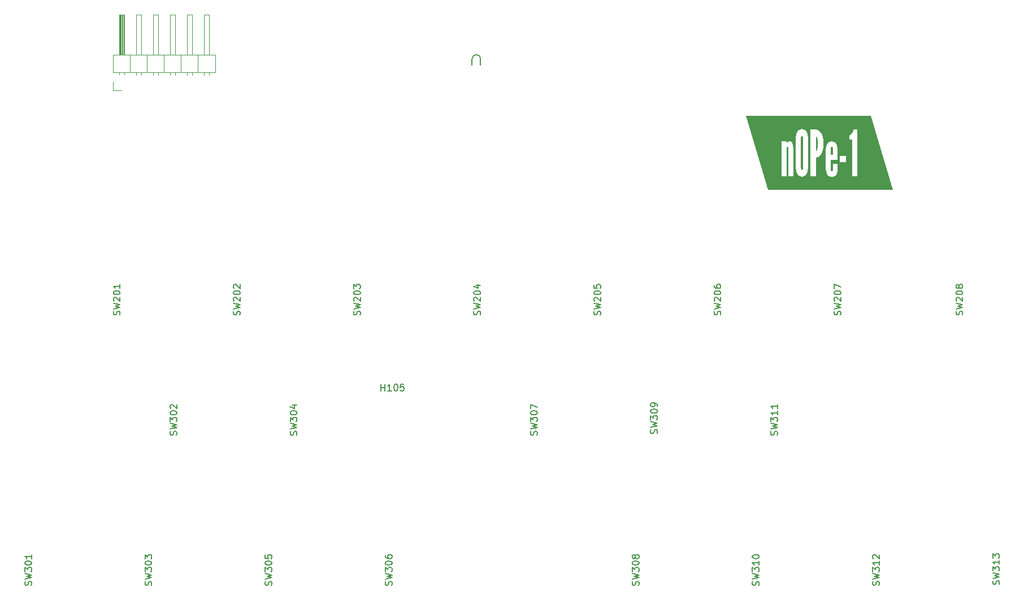
<source format=gbr>
%TF.GenerationSoftware,KiCad,Pcbnew,6.0.9-8da3e8f707~117~ubuntu22.04.1*%
%TF.CreationDate,2022-12-01T14:43:22-05:00*%
%TF.ProjectId,keyboard_matrix,6b657962-6f61-4726-945f-6d6174726978,rev?*%
%TF.SameCoordinates,Original*%
%TF.FileFunction,Legend,Top*%
%TF.FilePolarity,Positive*%
%FSLAX46Y46*%
G04 Gerber Fmt 4.6, Leading zero omitted, Abs format (unit mm)*
G04 Created by KiCad (PCBNEW 6.0.9-8da3e8f707~117~ubuntu22.04.1) date 2022-12-01 14:43:22*
%MOMM*%
%LPD*%
G01*
G04 APERTURE LIST*
%ADD10C,0.150000*%
%ADD11C,0.120000*%
%ADD12C,0.200000*%
G04 APERTURE END LIST*
D10*
%TO.C,H105*%
X124285714Y-110652380D02*
X124285714Y-109652380D01*
X124285714Y-110128571D02*
X124857142Y-110128571D01*
X124857142Y-110652380D02*
X124857142Y-109652380D01*
X125857142Y-110652380D02*
X125285714Y-110652380D01*
X125571428Y-110652380D02*
X125571428Y-109652380D01*
X125476190Y-109795238D01*
X125380952Y-109890476D01*
X125285714Y-109938095D01*
X126476190Y-109652380D02*
X126571428Y-109652380D01*
X126666666Y-109700000D01*
X126714285Y-109747619D01*
X126761904Y-109842857D01*
X126809523Y-110033333D01*
X126809523Y-110271428D01*
X126761904Y-110461904D01*
X126714285Y-110557142D01*
X126666666Y-110604761D01*
X126571428Y-110652380D01*
X126476190Y-110652380D01*
X126380952Y-110604761D01*
X126333333Y-110557142D01*
X126285714Y-110461904D01*
X126238095Y-110271428D01*
X126238095Y-110033333D01*
X126285714Y-109842857D01*
X126333333Y-109747619D01*
X126380952Y-109700000D01*
X126476190Y-109652380D01*
X127714285Y-109652380D02*
X127238095Y-109652380D01*
X127190476Y-110128571D01*
X127238095Y-110080952D01*
X127333333Y-110033333D01*
X127571428Y-110033333D01*
X127666666Y-110080952D01*
X127714285Y-110128571D01*
X127761904Y-110223809D01*
X127761904Y-110461904D01*
X127714285Y-110557142D01*
X127666666Y-110604761D01*
X127571428Y-110652380D01*
X127333333Y-110652380D01*
X127238095Y-110604761D01*
X127190476Y-110557142D01*
%TO.C,SW202*%
X103154761Y-99285714D02*
X103202380Y-99142857D01*
X103202380Y-98904761D01*
X103154761Y-98809523D01*
X103107142Y-98761904D01*
X103011904Y-98714285D01*
X102916666Y-98714285D01*
X102821428Y-98761904D01*
X102773809Y-98809523D01*
X102726190Y-98904761D01*
X102678571Y-99095238D01*
X102630952Y-99190476D01*
X102583333Y-99238095D01*
X102488095Y-99285714D01*
X102392857Y-99285714D01*
X102297619Y-99238095D01*
X102250000Y-99190476D01*
X102202380Y-99095238D01*
X102202380Y-98857142D01*
X102250000Y-98714285D01*
X102202380Y-98380952D02*
X103202380Y-98142857D01*
X102488095Y-97952380D01*
X103202380Y-97761904D01*
X102202380Y-97523809D01*
X102297619Y-97190476D02*
X102250000Y-97142857D01*
X102202380Y-97047619D01*
X102202380Y-96809523D01*
X102250000Y-96714285D01*
X102297619Y-96666666D01*
X102392857Y-96619047D01*
X102488095Y-96619047D01*
X102630952Y-96666666D01*
X103202380Y-97238095D01*
X103202380Y-96619047D01*
X102202380Y-96000000D02*
X102202380Y-95904761D01*
X102250000Y-95809523D01*
X102297619Y-95761904D01*
X102392857Y-95714285D01*
X102583333Y-95666666D01*
X102821428Y-95666666D01*
X103011904Y-95714285D01*
X103107142Y-95761904D01*
X103154761Y-95809523D01*
X103202380Y-95904761D01*
X103202380Y-96000000D01*
X103154761Y-96095238D01*
X103107142Y-96142857D01*
X103011904Y-96190476D01*
X102821428Y-96238095D01*
X102583333Y-96238095D01*
X102392857Y-96190476D01*
X102297619Y-96142857D01*
X102250000Y-96095238D01*
X102202380Y-96000000D01*
X102297619Y-95285714D02*
X102250000Y-95238095D01*
X102202380Y-95142857D01*
X102202380Y-94904761D01*
X102250000Y-94809523D01*
X102297619Y-94761904D01*
X102392857Y-94714285D01*
X102488095Y-94714285D01*
X102630952Y-94761904D01*
X103202380Y-95333333D01*
X103202380Y-94714285D01*
%TO.C,SW208*%
X211404761Y-99285714D02*
X211452380Y-99142857D01*
X211452380Y-98904761D01*
X211404761Y-98809523D01*
X211357142Y-98761904D01*
X211261904Y-98714285D01*
X211166666Y-98714285D01*
X211071428Y-98761904D01*
X211023809Y-98809523D01*
X210976190Y-98904761D01*
X210928571Y-99095238D01*
X210880952Y-99190476D01*
X210833333Y-99238095D01*
X210738095Y-99285714D01*
X210642857Y-99285714D01*
X210547619Y-99238095D01*
X210500000Y-99190476D01*
X210452380Y-99095238D01*
X210452380Y-98857142D01*
X210500000Y-98714285D01*
X210452380Y-98380952D02*
X211452380Y-98142857D01*
X210738095Y-97952380D01*
X211452380Y-97761904D01*
X210452380Y-97523809D01*
X210547619Y-97190476D02*
X210500000Y-97142857D01*
X210452380Y-97047619D01*
X210452380Y-96809523D01*
X210500000Y-96714285D01*
X210547619Y-96666666D01*
X210642857Y-96619047D01*
X210738095Y-96619047D01*
X210880952Y-96666666D01*
X211452380Y-97238095D01*
X211452380Y-96619047D01*
X210452380Y-96000000D02*
X210452380Y-95904761D01*
X210500000Y-95809523D01*
X210547619Y-95761904D01*
X210642857Y-95714285D01*
X210833333Y-95666666D01*
X211071428Y-95666666D01*
X211261904Y-95714285D01*
X211357142Y-95761904D01*
X211404761Y-95809523D01*
X211452380Y-95904761D01*
X211452380Y-96000000D01*
X211404761Y-96095238D01*
X211357142Y-96142857D01*
X211261904Y-96190476D01*
X211071428Y-96238095D01*
X210833333Y-96238095D01*
X210642857Y-96190476D01*
X210547619Y-96142857D01*
X210500000Y-96095238D01*
X210452380Y-96000000D01*
X210880952Y-95095238D02*
X210833333Y-95190476D01*
X210785714Y-95238095D01*
X210690476Y-95285714D01*
X210642857Y-95285714D01*
X210547619Y-95238095D01*
X210500000Y-95190476D01*
X210452380Y-95095238D01*
X210452380Y-94904761D01*
X210500000Y-94809523D01*
X210547619Y-94761904D01*
X210642857Y-94714285D01*
X210690476Y-94714285D01*
X210785714Y-94761904D01*
X210833333Y-94809523D01*
X210880952Y-94904761D01*
X210880952Y-95095238D01*
X210928571Y-95190476D01*
X210976190Y-95238095D01*
X211071428Y-95285714D01*
X211261904Y-95285714D01*
X211357142Y-95238095D01*
X211404761Y-95190476D01*
X211452380Y-95095238D01*
X211452380Y-94904761D01*
X211404761Y-94809523D01*
X211357142Y-94761904D01*
X211261904Y-94714285D01*
X211071428Y-94714285D01*
X210976190Y-94761904D01*
X210928571Y-94809523D01*
X210880952Y-94904761D01*
%TO.C,SW201*%
X85154761Y-99285714D02*
X85202380Y-99142857D01*
X85202380Y-98904761D01*
X85154761Y-98809523D01*
X85107142Y-98761904D01*
X85011904Y-98714285D01*
X84916666Y-98714285D01*
X84821428Y-98761904D01*
X84773809Y-98809523D01*
X84726190Y-98904761D01*
X84678571Y-99095238D01*
X84630952Y-99190476D01*
X84583333Y-99238095D01*
X84488095Y-99285714D01*
X84392857Y-99285714D01*
X84297619Y-99238095D01*
X84250000Y-99190476D01*
X84202380Y-99095238D01*
X84202380Y-98857142D01*
X84250000Y-98714285D01*
X84202380Y-98380952D02*
X85202380Y-98142857D01*
X84488095Y-97952380D01*
X85202380Y-97761904D01*
X84202380Y-97523809D01*
X84297619Y-97190476D02*
X84250000Y-97142857D01*
X84202380Y-97047619D01*
X84202380Y-96809523D01*
X84250000Y-96714285D01*
X84297619Y-96666666D01*
X84392857Y-96619047D01*
X84488095Y-96619047D01*
X84630952Y-96666666D01*
X85202380Y-97238095D01*
X85202380Y-96619047D01*
X84202380Y-96000000D02*
X84202380Y-95904761D01*
X84250000Y-95809523D01*
X84297619Y-95761904D01*
X84392857Y-95714285D01*
X84583333Y-95666666D01*
X84821428Y-95666666D01*
X85011904Y-95714285D01*
X85107142Y-95761904D01*
X85154761Y-95809523D01*
X85202380Y-95904761D01*
X85202380Y-96000000D01*
X85154761Y-96095238D01*
X85107142Y-96142857D01*
X85011904Y-96190476D01*
X84821428Y-96238095D01*
X84583333Y-96238095D01*
X84392857Y-96190476D01*
X84297619Y-96142857D01*
X84250000Y-96095238D01*
X84202380Y-96000000D01*
X85202380Y-94714285D02*
X85202380Y-95285714D01*
X85202380Y-95000000D02*
X84202380Y-95000000D01*
X84345238Y-95095238D01*
X84440476Y-95190476D01*
X84488095Y-95285714D01*
%TO.C,SW301*%
X71904761Y-139785714D02*
X71952380Y-139642857D01*
X71952380Y-139404761D01*
X71904761Y-139309523D01*
X71857142Y-139261904D01*
X71761904Y-139214285D01*
X71666666Y-139214285D01*
X71571428Y-139261904D01*
X71523809Y-139309523D01*
X71476190Y-139404761D01*
X71428571Y-139595238D01*
X71380952Y-139690476D01*
X71333333Y-139738095D01*
X71238095Y-139785714D01*
X71142857Y-139785714D01*
X71047619Y-139738095D01*
X71000000Y-139690476D01*
X70952380Y-139595238D01*
X70952380Y-139357142D01*
X71000000Y-139214285D01*
X70952380Y-138880952D02*
X71952380Y-138642857D01*
X71238095Y-138452380D01*
X71952380Y-138261904D01*
X70952380Y-138023809D01*
X70952380Y-137738095D02*
X70952380Y-137119047D01*
X71333333Y-137452380D01*
X71333333Y-137309523D01*
X71380952Y-137214285D01*
X71428571Y-137166666D01*
X71523809Y-137119047D01*
X71761904Y-137119047D01*
X71857142Y-137166666D01*
X71904761Y-137214285D01*
X71952380Y-137309523D01*
X71952380Y-137595238D01*
X71904761Y-137690476D01*
X71857142Y-137738095D01*
X70952380Y-136500000D02*
X70952380Y-136404761D01*
X71000000Y-136309523D01*
X71047619Y-136261904D01*
X71142857Y-136214285D01*
X71333333Y-136166666D01*
X71571428Y-136166666D01*
X71761904Y-136214285D01*
X71857142Y-136261904D01*
X71904761Y-136309523D01*
X71952380Y-136404761D01*
X71952380Y-136500000D01*
X71904761Y-136595238D01*
X71857142Y-136642857D01*
X71761904Y-136690476D01*
X71571428Y-136738095D01*
X71333333Y-136738095D01*
X71142857Y-136690476D01*
X71047619Y-136642857D01*
X71000000Y-136595238D01*
X70952380Y-136500000D01*
X71952380Y-135214285D02*
X71952380Y-135785714D01*
X71952380Y-135500000D02*
X70952380Y-135500000D01*
X71095238Y-135595238D01*
X71190476Y-135690476D01*
X71238095Y-135785714D01*
%TO.C,SW307*%
X147654761Y-117285714D02*
X147702380Y-117142857D01*
X147702380Y-116904761D01*
X147654761Y-116809523D01*
X147607142Y-116761904D01*
X147511904Y-116714285D01*
X147416666Y-116714285D01*
X147321428Y-116761904D01*
X147273809Y-116809523D01*
X147226190Y-116904761D01*
X147178571Y-117095238D01*
X147130952Y-117190476D01*
X147083333Y-117238095D01*
X146988095Y-117285714D01*
X146892857Y-117285714D01*
X146797619Y-117238095D01*
X146750000Y-117190476D01*
X146702380Y-117095238D01*
X146702380Y-116857142D01*
X146750000Y-116714285D01*
X146702380Y-116380952D02*
X147702380Y-116142857D01*
X146988095Y-115952380D01*
X147702380Y-115761904D01*
X146702380Y-115523809D01*
X146702380Y-115238095D02*
X146702380Y-114619047D01*
X147083333Y-114952380D01*
X147083333Y-114809523D01*
X147130952Y-114714285D01*
X147178571Y-114666666D01*
X147273809Y-114619047D01*
X147511904Y-114619047D01*
X147607142Y-114666666D01*
X147654761Y-114714285D01*
X147702380Y-114809523D01*
X147702380Y-115095238D01*
X147654761Y-115190476D01*
X147607142Y-115238095D01*
X146702380Y-114000000D02*
X146702380Y-113904761D01*
X146750000Y-113809523D01*
X146797619Y-113761904D01*
X146892857Y-113714285D01*
X147083333Y-113666666D01*
X147321428Y-113666666D01*
X147511904Y-113714285D01*
X147607142Y-113761904D01*
X147654761Y-113809523D01*
X147702380Y-113904761D01*
X147702380Y-114000000D01*
X147654761Y-114095238D01*
X147607142Y-114142857D01*
X147511904Y-114190476D01*
X147321428Y-114238095D01*
X147083333Y-114238095D01*
X146892857Y-114190476D01*
X146797619Y-114142857D01*
X146750000Y-114095238D01*
X146702380Y-114000000D01*
X146702380Y-113333333D02*
X146702380Y-112666666D01*
X147702380Y-113095238D01*
%TO.C,SW308*%
X162904761Y-139785714D02*
X162952380Y-139642857D01*
X162952380Y-139404761D01*
X162904761Y-139309523D01*
X162857142Y-139261904D01*
X162761904Y-139214285D01*
X162666666Y-139214285D01*
X162571428Y-139261904D01*
X162523809Y-139309523D01*
X162476190Y-139404761D01*
X162428571Y-139595238D01*
X162380952Y-139690476D01*
X162333333Y-139738095D01*
X162238095Y-139785714D01*
X162142857Y-139785714D01*
X162047619Y-139738095D01*
X162000000Y-139690476D01*
X161952380Y-139595238D01*
X161952380Y-139357142D01*
X162000000Y-139214285D01*
X161952380Y-138880952D02*
X162952380Y-138642857D01*
X162238095Y-138452380D01*
X162952380Y-138261904D01*
X161952380Y-138023809D01*
X161952380Y-137738095D02*
X161952380Y-137119047D01*
X162333333Y-137452380D01*
X162333333Y-137309523D01*
X162380952Y-137214285D01*
X162428571Y-137166666D01*
X162523809Y-137119047D01*
X162761904Y-137119047D01*
X162857142Y-137166666D01*
X162904761Y-137214285D01*
X162952380Y-137309523D01*
X162952380Y-137595238D01*
X162904761Y-137690476D01*
X162857142Y-137738095D01*
X161952380Y-136500000D02*
X161952380Y-136404761D01*
X162000000Y-136309523D01*
X162047619Y-136261904D01*
X162142857Y-136214285D01*
X162333333Y-136166666D01*
X162571428Y-136166666D01*
X162761904Y-136214285D01*
X162857142Y-136261904D01*
X162904761Y-136309523D01*
X162952380Y-136404761D01*
X162952380Y-136500000D01*
X162904761Y-136595238D01*
X162857142Y-136642857D01*
X162761904Y-136690476D01*
X162571428Y-136738095D01*
X162333333Y-136738095D01*
X162142857Y-136690476D01*
X162047619Y-136642857D01*
X162000000Y-136595238D01*
X161952380Y-136500000D01*
X162380952Y-135595238D02*
X162333333Y-135690476D01*
X162285714Y-135738095D01*
X162190476Y-135785714D01*
X162142857Y-135785714D01*
X162047619Y-135738095D01*
X162000000Y-135690476D01*
X161952380Y-135595238D01*
X161952380Y-135404761D01*
X162000000Y-135309523D01*
X162047619Y-135261904D01*
X162142857Y-135214285D01*
X162190476Y-135214285D01*
X162285714Y-135261904D01*
X162333333Y-135309523D01*
X162380952Y-135404761D01*
X162380952Y-135595238D01*
X162428571Y-135690476D01*
X162476190Y-135738095D01*
X162571428Y-135785714D01*
X162761904Y-135785714D01*
X162857142Y-135738095D01*
X162904761Y-135690476D01*
X162952380Y-135595238D01*
X162952380Y-135404761D01*
X162904761Y-135309523D01*
X162857142Y-135261904D01*
X162761904Y-135214285D01*
X162571428Y-135214285D01*
X162476190Y-135261904D01*
X162428571Y-135309523D01*
X162380952Y-135404761D01*
%TO.C,SW303*%
X89904761Y-139785714D02*
X89952380Y-139642857D01*
X89952380Y-139404761D01*
X89904761Y-139309523D01*
X89857142Y-139261904D01*
X89761904Y-139214285D01*
X89666666Y-139214285D01*
X89571428Y-139261904D01*
X89523809Y-139309523D01*
X89476190Y-139404761D01*
X89428571Y-139595238D01*
X89380952Y-139690476D01*
X89333333Y-139738095D01*
X89238095Y-139785714D01*
X89142857Y-139785714D01*
X89047619Y-139738095D01*
X89000000Y-139690476D01*
X88952380Y-139595238D01*
X88952380Y-139357142D01*
X89000000Y-139214285D01*
X88952380Y-138880952D02*
X89952380Y-138642857D01*
X89238095Y-138452380D01*
X89952380Y-138261904D01*
X88952380Y-138023809D01*
X88952380Y-137738095D02*
X88952380Y-137119047D01*
X89333333Y-137452380D01*
X89333333Y-137309523D01*
X89380952Y-137214285D01*
X89428571Y-137166666D01*
X89523809Y-137119047D01*
X89761904Y-137119047D01*
X89857142Y-137166666D01*
X89904761Y-137214285D01*
X89952380Y-137309523D01*
X89952380Y-137595238D01*
X89904761Y-137690476D01*
X89857142Y-137738095D01*
X88952380Y-136500000D02*
X88952380Y-136404761D01*
X89000000Y-136309523D01*
X89047619Y-136261904D01*
X89142857Y-136214285D01*
X89333333Y-136166666D01*
X89571428Y-136166666D01*
X89761904Y-136214285D01*
X89857142Y-136261904D01*
X89904761Y-136309523D01*
X89952380Y-136404761D01*
X89952380Y-136500000D01*
X89904761Y-136595238D01*
X89857142Y-136642857D01*
X89761904Y-136690476D01*
X89571428Y-136738095D01*
X89333333Y-136738095D01*
X89142857Y-136690476D01*
X89047619Y-136642857D01*
X89000000Y-136595238D01*
X88952380Y-136500000D01*
X88952380Y-135833333D02*
X88952380Y-135214285D01*
X89333333Y-135547619D01*
X89333333Y-135404761D01*
X89380952Y-135309523D01*
X89428571Y-135261904D01*
X89523809Y-135214285D01*
X89761904Y-135214285D01*
X89857142Y-135261904D01*
X89904761Y-135309523D01*
X89952380Y-135404761D01*
X89952380Y-135690476D01*
X89904761Y-135785714D01*
X89857142Y-135833333D01*
%TO.C,SW312*%
X198904761Y-139785714D02*
X198952380Y-139642857D01*
X198952380Y-139404761D01*
X198904761Y-139309523D01*
X198857142Y-139261904D01*
X198761904Y-139214285D01*
X198666666Y-139214285D01*
X198571428Y-139261904D01*
X198523809Y-139309523D01*
X198476190Y-139404761D01*
X198428571Y-139595238D01*
X198380952Y-139690476D01*
X198333333Y-139738095D01*
X198238095Y-139785714D01*
X198142857Y-139785714D01*
X198047619Y-139738095D01*
X198000000Y-139690476D01*
X197952380Y-139595238D01*
X197952380Y-139357142D01*
X198000000Y-139214285D01*
X197952380Y-138880952D02*
X198952380Y-138642857D01*
X198238095Y-138452380D01*
X198952380Y-138261904D01*
X197952380Y-138023809D01*
X197952380Y-137738095D02*
X197952380Y-137119047D01*
X198333333Y-137452380D01*
X198333333Y-137309523D01*
X198380952Y-137214285D01*
X198428571Y-137166666D01*
X198523809Y-137119047D01*
X198761904Y-137119047D01*
X198857142Y-137166666D01*
X198904761Y-137214285D01*
X198952380Y-137309523D01*
X198952380Y-137595238D01*
X198904761Y-137690476D01*
X198857142Y-137738095D01*
X198952380Y-136166666D02*
X198952380Y-136738095D01*
X198952380Y-136452380D02*
X197952380Y-136452380D01*
X198095238Y-136547619D01*
X198190476Y-136642857D01*
X198238095Y-136738095D01*
X198047619Y-135785714D02*
X198000000Y-135738095D01*
X197952380Y-135642857D01*
X197952380Y-135404761D01*
X198000000Y-135309523D01*
X198047619Y-135261904D01*
X198142857Y-135214285D01*
X198238095Y-135214285D01*
X198380952Y-135261904D01*
X198952380Y-135833333D01*
X198952380Y-135214285D01*
%TO.C,SW304*%
X111654761Y-117285714D02*
X111702380Y-117142857D01*
X111702380Y-116904761D01*
X111654761Y-116809523D01*
X111607142Y-116761904D01*
X111511904Y-116714285D01*
X111416666Y-116714285D01*
X111321428Y-116761904D01*
X111273809Y-116809523D01*
X111226190Y-116904761D01*
X111178571Y-117095238D01*
X111130952Y-117190476D01*
X111083333Y-117238095D01*
X110988095Y-117285714D01*
X110892857Y-117285714D01*
X110797619Y-117238095D01*
X110750000Y-117190476D01*
X110702380Y-117095238D01*
X110702380Y-116857142D01*
X110750000Y-116714285D01*
X110702380Y-116380952D02*
X111702380Y-116142857D01*
X110988095Y-115952380D01*
X111702380Y-115761904D01*
X110702380Y-115523809D01*
X110702380Y-115238095D02*
X110702380Y-114619047D01*
X111083333Y-114952380D01*
X111083333Y-114809523D01*
X111130952Y-114714285D01*
X111178571Y-114666666D01*
X111273809Y-114619047D01*
X111511904Y-114619047D01*
X111607142Y-114666666D01*
X111654761Y-114714285D01*
X111702380Y-114809523D01*
X111702380Y-115095238D01*
X111654761Y-115190476D01*
X111607142Y-115238095D01*
X110702380Y-114000000D02*
X110702380Y-113904761D01*
X110750000Y-113809523D01*
X110797619Y-113761904D01*
X110892857Y-113714285D01*
X111083333Y-113666666D01*
X111321428Y-113666666D01*
X111511904Y-113714285D01*
X111607142Y-113761904D01*
X111654761Y-113809523D01*
X111702380Y-113904761D01*
X111702380Y-114000000D01*
X111654761Y-114095238D01*
X111607142Y-114142857D01*
X111511904Y-114190476D01*
X111321428Y-114238095D01*
X111083333Y-114238095D01*
X110892857Y-114190476D01*
X110797619Y-114142857D01*
X110750000Y-114095238D01*
X110702380Y-114000000D01*
X111035714Y-112809523D02*
X111702380Y-112809523D01*
X110654761Y-113047619D02*
X111369047Y-113285714D01*
X111369047Y-112666666D01*
%TO.C,SW309*%
X165654761Y-117035714D02*
X165702380Y-116892857D01*
X165702380Y-116654761D01*
X165654761Y-116559523D01*
X165607142Y-116511904D01*
X165511904Y-116464285D01*
X165416666Y-116464285D01*
X165321428Y-116511904D01*
X165273809Y-116559523D01*
X165226190Y-116654761D01*
X165178571Y-116845238D01*
X165130952Y-116940476D01*
X165083333Y-116988095D01*
X164988095Y-117035714D01*
X164892857Y-117035714D01*
X164797619Y-116988095D01*
X164750000Y-116940476D01*
X164702380Y-116845238D01*
X164702380Y-116607142D01*
X164750000Y-116464285D01*
X164702380Y-116130952D02*
X165702380Y-115892857D01*
X164988095Y-115702380D01*
X165702380Y-115511904D01*
X164702380Y-115273809D01*
X164702380Y-114988095D02*
X164702380Y-114369047D01*
X165083333Y-114702380D01*
X165083333Y-114559523D01*
X165130952Y-114464285D01*
X165178571Y-114416666D01*
X165273809Y-114369047D01*
X165511904Y-114369047D01*
X165607142Y-114416666D01*
X165654761Y-114464285D01*
X165702380Y-114559523D01*
X165702380Y-114845238D01*
X165654761Y-114940476D01*
X165607142Y-114988095D01*
X164702380Y-113750000D02*
X164702380Y-113654761D01*
X164750000Y-113559523D01*
X164797619Y-113511904D01*
X164892857Y-113464285D01*
X165083333Y-113416666D01*
X165321428Y-113416666D01*
X165511904Y-113464285D01*
X165607142Y-113511904D01*
X165654761Y-113559523D01*
X165702380Y-113654761D01*
X165702380Y-113750000D01*
X165654761Y-113845238D01*
X165607142Y-113892857D01*
X165511904Y-113940476D01*
X165321428Y-113988095D01*
X165083333Y-113988095D01*
X164892857Y-113940476D01*
X164797619Y-113892857D01*
X164750000Y-113845238D01*
X164702380Y-113750000D01*
X165702380Y-112940476D02*
X165702380Y-112750000D01*
X165654761Y-112654761D01*
X165607142Y-112607142D01*
X165464285Y-112511904D01*
X165273809Y-112464285D01*
X164892857Y-112464285D01*
X164797619Y-112511904D01*
X164750000Y-112559523D01*
X164702380Y-112654761D01*
X164702380Y-112845238D01*
X164750000Y-112940476D01*
X164797619Y-112988095D01*
X164892857Y-113035714D01*
X165130952Y-113035714D01*
X165226190Y-112988095D01*
X165273809Y-112940476D01*
X165321428Y-112845238D01*
X165321428Y-112654761D01*
X165273809Y-112559523D01*
X165226190Y-112511904D01*
X165130952Y-112464285D01*
%TO.C,SW302*%
X93654761Y-117285714D02*
X93702380Y-117142857D01*
X93702380Y-116904761D01*
X93654761Y-116809523D01*
X93607142Y-116761904D01*
X93511904Y-116714285D01*
X93416666Y-116714285D01*
X93321428Y-116761904D01*
X93273809Y-116809523D01*
X93226190Y-116904761D01*
X93178571Y-117095238D01*
X93130952Y-117190476D01*
X93083333Y-117238095D01*
X92988095Y-117285714D01*
X92892857Y-117285714D01*
X92797619Y-117238095D01*
X92750000Y-117190476D01*
X92702380Y-117095238D01*
X92702380Y-116857142D01*
X92750000Y-116714285D01*
X92702380Y-116380952D02*
X93702380Y-116142857D01*
X92988095Y-115952380D01*
X93702380Y-115761904D01*
X92702380Y-115523809D01*
X92702380Y-115238095D02*
X92702380Y-114619047D01*
X93083333Y-114952380D01*
X93083333Y-114809523D01*
X93130952Y-114714285D01*
X93178571Y-114666666D01*
X93273809Y-114619047D01*
X93511904Y-114619047D01*
X93607142Y-114666666D01*
X93654761Y-114714285D01*
X93702380Y-114809523D01*
X93702380Y-115095238D01*
X93654761Y-115190476D01*
X93607142Y-115238095D01*
X92702380Y-114000000D02*
X92702380Y-113904761D01*
X92750000Y-113809523D01*
X92797619Y-113761904D01*
X92892857Y-113714285D01*
X93083333Y-113666666D01*
X93321428Y-113666666D01*
X93511904Y-113714285D01*
X93607142Y-113761904D01*
X93654761Y-113809523D01*
X93702380Y-113904761D01*
X93702380Y-114000000D01*
X93654761Y-114095238D01*
X93607142Y-114142857D01*
X93511904Y-114190476D01*
X93321428Y-114238095D01*
X93083333Y-114238095D01*
X92892857Y-114190476D01*
X92797619Y-114142857D01*
X92750000Y-114095238D01*
X92702380Y-114000000D01*
X92797619Y-113285714D02*
X92750000Y-113238095D01*
X92702380Y-113142857D01*
X92702380Y-112904761D01*
X92750000Y-112809523D01*
X92797619Y-112761904D01*
X92892857Y-112714285D01*
X92988095Y-112714285D01*
X93130952Y-112761904D01*
X93702380Y-113333333D01*
X93702380Y-112714285D01*
%TO.C,SW203*%
X121154761Y-99285714D02*
X121202380Y-99142857D01*
X121202380Y-98904761D01*
X121154761Y-98809523D01*
X121107142Y-98761904D01*
X121011904Y-98714285D01*
X120916666Y-98714285D01*
X120821428Y-98761904D01*
X120773809Y-98809523D01*
X120726190Y-98904761D01*
X120678571Y-99095238D01*
X120630952Y-99190476D01*
X120583333Y-99238095D01*
X120488095Y-99285714D01*
X120392857Y-99285714D01*
X120297619Y-99238095D01*
X120250000Y-99190476D01*
X120202380Y-99095238D01*
X120202380Y-98857142D01*
X120250000Y-98714285D01*
X120202380Y-98380952D02*
X121202380Y-98142857D01*
X120488095Y-97952380D01*
X121202380Y-97761904D01*
X120202380Y-97523809D01*
X120297619Y-97190476D02*
X120250000Y-97142857D01*
X120202380Y-97047619D01*
X120202380Y-96809523D01*
X120250000Y-96714285D01*
X120297619Y-96666666D01*
X120392857Y-96619047D01*
X120488095Y-96619047D01*
X120630952Y-96666666D01*
X121202380Y-97238095D01*
X121202380Y-96619047D01*
X120202380Y-96000000D02*
X120202380Y-95904761D01*
X120250000Y-95809523D01*
X120297619Y-95761904D01*
X120392857Y-95714285D01*
X120583333Y-95666666D01*
X120821428Y-95666666D01*
X121011904Y-95714285D01*
X121107142Y-95761904D01*
X121154761Y-95809523D01*
X121202380Y-95904761D01*
X121202380Y-96000000D01*
X121154761Y-96095238D01*
X121107142Y-96142857D01*
X121011904Y-96190476D01*
X120821428Y-96238095D01*
X120583333Y-96238095D01*
X120392857Y-96190476D01*
X120297619Y-96142857D01*
X120250000Y-96095238D01*
X120202380Y-96000000D01*
X120202380Y-95333333D02*
X120202380Y-94714285D01*
X120583333Y-95047619D01*
X120583333Y-94904761D01*
X120630952Y-94809523D01*
X120678571Y-94761904D01*
X120773809Y-94714285D01*
X121011904Y-94714285D01*
X121107142Y-94761904D01*
X121154761Y-94809523D01*
X121202380Y-94904761D01*
X121202380Y-95190476D01*
X121154761Y-95285714D01*
X121107142Y-95333333D01*
%TO.C,SW310*%
X180904761Y-139785714D02*
X180952380Y-139642857D01*
X180952380Y-139404761D01*
X180904761Y-139309523D01*
X180857142Y-139261904D01*
X180761904Y-139214285D01*
X180666666Y-139214285D01*
X180571428Y-139261904D01*
X180523809Y-139309523D01*
X180476190Y-139404761D01*
X180428571Y-139595238D01*
X180380952Y-139690476D01*
X180333333Y-139738095D01*
X180238095Y-139785714D01*
X180142857Y-139785714D01*
X180047619Y-139738095D01*
X180000000Y-139690476D01*
X179952380Y-139595238D01*
X179952380Y-139357142D01*
X180000000Y-139214285D01*
X179952380Y-138880952D02*
X180952380Y-138642857D01*
X180238095Y-138452380D01*
X180952380Y-138261904D01*
X179952380Y-138023809D01*
X179952380Y-137738095D02*
X179952380Y-137119047D01*
X180333333Y-137452380D01*
X180333333Y-137309523D01*
X180380952Y-137214285D01*
X180428571Y-137166666D01*
X180523809Y-137119047D01*
X180761904Y-137119047D01*
X180857142Y-137166666D01*
X180904761Y-137214285D01*
X180952380Y-137309523D01*
X180952380Y-137595238D01*
X180904761Y-137690476D01*
X180857142Y-137738095D01*
X180952380Y-136166666D02*
X180952380Y-136738095D01*
X180952380Y-136452380D02*
X179952380Y-136452380D01*
X180095238Y-136547619D01*
X180190476Y-136642857D01*
X180238095Y-136738095D01*
X179952380Y-135547619D02*
X179952380Y-135452380D01*
X180000000Y-135357142D01*
X180047619Y-135309523D01*
X180142857Y-135261904D01*
X180333333Y-135214285D01*
X180571428Y-135214285D01*
X180761904Y-135261904D01*
X180857142Y-135309523D01*
X180904761Y-135357142D01*
X180952380Y-135452380D01*
X180952380Y-135547619D01*
X180904761Y-135642857D01*
X180857142Y-135690476D01*
X180761904Y-135738095D01*
X180571428Y-135785714D01*
X180333333Y-135785714D01*
X180142857Y-135738095D01*
X180047619Y-135690476D01*
X180000000Y-135642857D01*
X179952380Y-135547619D01*
%TO.C,SW306*%
X125904761Y-139785714D02*
X125952380Y-139642857D01*
X125952380Y-139404761D01*
X125904761Y-139309523D01*
X125857142Y-139261904D01*
X125761904Y-139214285D01*
X125666666Y-139214285D01*
X125571428Y-139261904D01*
X125523809Y-139309523D01*
X125476190Y-139404761D01*
X125428571Y-139595238D01*
X125380952Y-139690476D01*
X125333333Y-139738095D01*
X125238095Y-139785714D01*
X125142857Y-139785714D01*
X125047619Y-139738095D01*
X125000000Y-139690476D01*
X124952380Y-139595238D01*
X124952380Y-139357142D01*
X125000000Y-139214285D01*
X124952380Y-138880952D02*
X125952380Y-138642857D01*
X125238095Y-138452380D01*
X125952380Y-138261904D01*
X124952380Y-138023809D01*
X124952380Y-137738095D02*
X124952380Y-137119047D01*
X125333333Y-137452380D01*
X125333333Y-137309523D01*
X125380952Y-137214285D01*
X125428571Y-137166666D01*
X125523809Y-137119047D01*
X125761904Y-137119047D01*
X125857142Y-137166666D01*
X125904761Y-137214285D01*
X125952380Y-137309523D01*
X125952380Y-137595238D01*
X125904761Y-137690476D01*
X125857142Y-137738095D01*
X124952380Y-136500000D02*
X124952380Y-136404761D01*
X125000000Y-136309523D01*
X125047619Y-136261904D01*
X125142857Y-136214285D01*
X125333333Y-136166666D01*
X125571428Y-136166666D01*
X125761904Y-136214285D01*
X125857142Y-136261904D01*
X125904761Y-136309523D01*
X125952380Y-136404761D01*
X125952380Y-136500000D01*
X125904761Y-136595238D01*
X125857142Y-136642857D01*
X125761904Y-136690476D01*
X125571428Y-136738095D01*
X125333333Y-136738095D01*
X125142857Y-136690476D01*
X125047619Y-136642857D01*
X125000000Y-136595238D01*
X124952380Y-136500000D01*
X124952380Y-135309523D02*
X124952380Y-135500000D01*
X125000000Y-135595238D01*
X125047619Y-135642857D01*
X125190476Y-135738095D01*
X125380952Y-135785714D01*
X125761904Y-135785714D01*
X125857142Y-135738095D01*
X125904761Y-135690476D01*
X125952380Y-135595238D01*
X125952380Y-135404761D01*
X125904761Y-135309523D01*
X125857142Y-135261904D01*
X125761904Y-135214285D01*
X125523809Y-135214285D01*
X125428571Y-135261904D01*
X125380952Y-135309523D01*
X125333333Y-135404761D01*
X125333333Y-135595238D01*
X125380952Y-135690476D01*
X125428571Y-135738095D01*
X125523809Y-135785714D01*
%TO.C,SW313*%
X216904761Y-139670714D02*
X216952380Y-139527857D01*
X216952380Y-139289761D01*
X216904761Y-139194523D01*
X216857142Y-139146904D01*
X216761904Y-139099285D01*
X216666666Y-139099285D01*
X216571428Y-139146904D01*
X216523809Y-139194523D01*
X216476190Y-139289761D01*
X216428571Y-139480238D01*
X216380952Y-139575476D01*
X216333333Y-139623095D01*
X216238095Y-139670714D01*
X216142857Y-139670714D01*
X216047619Y-139623095D01*
X216000000Y-139575476D01*
X215952380Y-139480238D01*
X215952380Y-139242142D01*
X216000000Y-139099285D01*
X215952380Y-138765952D02*
X216952380Y-138527857D01*
X216238095Y-138337380D01*
X216952380Y-138146904D01*
X215952380Y-137908809D01*
X215952380Y-137623095D02*
X215952380Y-137004047D01*
X216333333Y-137337380D01*
X216333333Y-137194523D01*
X216380952Y-137099285D01*
X216428571Y-137051666D01*
X216523809Y-137004047D01*
X216761904Y-137004047D01*
X216857142Y-137051666D01*
X216904761Y-137099285D01*
X216952380Y-137194523D01*
X216952380Y-137480238D01*
X216904761Y-137575476D01*
X216857142Y-137623095D01*
X216952380Y-136051666D02*
X216952380Y-136623095D01*
X216952380Y-136337380D02*
X215952380Y-136337380D01*
X216095238Y-136432619D01*
X216190476Y-136527857D01*
X216238095Y-136623095D01*
X215952380Y-135718333D02*
X215952380Y-135099285D01*
X216333333Y-135432619D01*
X216333333Y-135289761D01*
X216380952Y-135194523D01*
X216428571Y-135146904D01*
X216523809Y-135099285D01*
X216761904Y-135099285D01*
X216857142Y-135146904D01*
X216904761Y-135194523D01*
X216952380Y-135289761D01*
X216952380Y-135575476D01*
X216904761Y-135670714D01*
X216857142Y-135718333D01*
%TO.C,SW205*%
X157154761Y-99285714D02*
X157202380Y-99142857D01*
X157202380Y-98904761D01*
X157154761Y-98809523D01*
X157107142Y-98761904D01*
X157011904Y-98714285D01*
X156916666Y-98714285D01*
X156821428Y-98761904D01*
X156773809Y-98809523D01*
X156726190Y-98904761D01*
X156678571Y-99095238D01*
X156630952Y-99190476D01*
X156583333Y-99238095D01*
X156488095Y-99285714D01*
X156392857Y-99285714D01*
X156297619Y-99238095D01*
X156250000Y-99190476D01*
X156202380Y-99095238D01*
X156202380Y-98857142D01*
X156250000Y-98714285D01*
X156202380Y-98380952D02*
X157202380Y-98142857D01*
X156488095Y-97952380D01*
X157202380Y-97761904D01*
X156202380Y-97523809D01*
X156297619Y-97190476D02*
X156250000Y-97142857D01*
X156202380Y-97047619D01*
X156202380Y-96809523D01*
X156250000Y-96714285D01*
X156297619Y-96666666D01*
X156392857Y-96619047D01*
X156488095Y-96619047D01*
X156630952Y-96666666D01*
X157202380Y-97238095D01*
X157202380Y-96619047D01*
X156202380Y-96000000D02*
X156202380Y-95904761D01*
X156250000Y-95809523D01*
X156297619Y-95761904D01*
X156392857Y-95714285D01*
X156583333Y-95666666D01*
X156821428Y-95666666D01*
X157011904Y-95714285D01*
X157107142Y-95761904D01*
X157154761Y-95809523D01*
X157202380Y-95904761D01*
X157202380Y-96000000D01*
X157154761Y-96095238D01*
X157107142Y-96142857D01*
X157011904Y-96190476D01*
X156821428Y-96238095D01*
X156583333Y-96238095D01*
X156392857Y-96190476D01*
X156297619Y-96142857D01*
X156250000Y-96095238D01*
X156202380Y-96000000D01*
X156202380Y-94761904D02*
X156202380Y-95238095D01*
X156678571Y-95285714D01*
X156630952Y-95238095D01*
X156583333Y-95142857D01*
X156583333Y-94904761D01*
X156630952Y-94809523D01*
X156678571Y-94761904D01*
X156773809Y-94714285D01*
X157011904Y-94714285D01*
X157107142Y-94761904D01*
X157154761Y-94809523D01*
X157202380Y-94904761D01*
X157202380Y-95142857D01*
X157154761Y-95238095D01*
X157107142Y-95285714D01*
%TO.C,SW311*%
X183654761Y-117285714D02*
X183702380Y-117142857D01*
X183702380Y-116904761D01*
X183654761Y-116809523D01*
X183607142Y-116761904D01*
X183511904Y-116714285D01*
X183416666Y-116714285D01*
X183321428Y-116761904D01*
X183273809Y-116809523D01*
X183226190Y-116904761D01*
X183178571Y-117095238D01*
X183130952Y-117190476D01*
X183083333Y-117238095D01*
X182988095Y-117285714D01*
X182892857Y-117285714D01*
X182797619Y-117238095D01*
X182750000Y-117190476D01*
X182702380Y-117095238D01*
X182702380Y-116857142D01*
X182750000Y-116714285D01*
X182702380Y-116380952D02*
X183702380Y-116142857D01*
X182988095Y-115952380D01*
X183702380Y-115761904D01*
X182702380Y-115523809D01*
X182702380Y-115238095D02*
X182702380Y-114619047D01*
X183083333Y-114952380D01*
X183083333Y-114809523D01*
X183130952Y-114714285D01*
X183178571Y-114666666D01*
X183273809Y-114619047D01*
X183511904Y-114619047D01*
X183607142Y-114666666D01*
X183654761Y-114714285D01*
X183702380Y-114809523D01*
X183702380Y-115095238D01*
X183654761Y-115190476D01*
X183607142Y-115238095D01*
X183702380Y-113666666D02*
X183702380Y-114238095D01*
X183702380Y-113952380D02*
X182702380Y-113952380D01*
X182845238Y-114047619D01*
X182940476Y-114142857D01*
X182988095Y-114238095D01*
X183702380Y-112714285D02*
X183702380Y-113285714D01*
X183702380Y-113000000D02*
X182702380Y-113000000D01*
X182845238Y-113095238D01*
X182940476Y-113190476D01*
X182988095Y-113285714D01*
%TO.C,SW204*%
X139154761Y-99285714D02*
X139202380Y-99142857D01*
X139202380Y-98904761D01*
X139154761Y-98809523D01*
X139107142Y-98761904D01*
X139011904Y-98714285D01*
X138916666Y-98714285D01*
X138821428Y-98761904D01*
X138773809Y-98809523D01*
X138726190Y-98904761D01*
X138678571Y-99095238D01*
X138630952Y-99190476D01*
X138583333Y-99238095D01*
X138488095Y-99285714D01*
X138392857Y-99285714D01*
X138297619Y-99238095D01*
X138250000Y-99190476D01*
X138202380Y-99095238D01*
X138202380Y-98857142D01*
X138250000Y-98714285D01*
X138202380Y-98380952D02*
X139202380Y-98142857D01*
X138488095Y-97952380D01*
X139202380Y-97761904D01*
X138202380Y-97523809D01*
X138297619Y-97190476D02*
X138250000Y-97142857D01*
X138202380Y-97047619D01*
X138202380Y-96809523D01*
X138250000Y-96714285D01*
X138297619Y-96666666D01*
X138392857Y-96619047D01*
X138488095Y-96619047D01*
X138630952Y-96666666D01*
X139202380Y-97238095D01*
X139202380Y-96619047D01*
X138202380Y-96000000D02*
X138202380Y-95904761D01*
X138250000Y-95809523D01*
X138297619Y-95761904D01*
X138392857Y-95714285D01*
X138583333Y-95666666D01*
X138821428Y-95666666D01*
X139011904Y-95714285D01*
X139107142Y-95761904D01*
X139154761Y-95809523D01*
X139202380Y-95904761D01*
X139202380Y-96000000D01*
X139154761Y-96095238D01*
X139107142Y-96142857D01*
X139011904Y-96190476D01*
X138821428Y-96238095D01*
X138583333Y-96238095D01*
X138392857Y-96190476D01*
X138297619Y-96142857D01*
X138250000Y-96095238D01*
X138202380Y-96000000D01*
X138535714Y-94809523D02*
X139202380Y-94809523D01*
X138154761Y-95047619D02*
X138869047Y-95285714D01*
X138869047Y-94666666D01*
%TO.C,SW206*%
X175154761Y-99285714D02*
X175202380Y-99142857D01*
X175202380Y-98904761D01*
X175154761Y-98809523D01*
X175107142Y-98761904D01*
X175011904Y-98714285D01*
X174916666Y-98714285D01*
X174821428Y-98761904D01*
X174773809Y-98809523D01*
X174726190Y-98904761D01*
X174678571Y-99095238D01*
X174630952Y-99190476D01*
X174583333Y-99238095D01*
X174488095Y-99285714D01*
X174392857Y-99285714D01*
X174297619Y-99238095D01*
X174250000Y-99190476D01*
X174202380Y-99095238D01*
X174202380Y-98857142D01*
X174250000Y-98714285D01*
X174202380Y-98380952D02*
X175202380Y-98142857D01*
X174488095Y-97952380D01*
X175202380Y-97761904D01*
X174202380Y-97523809D01*
X174297619Y-97190476D02*
X174250000Y-97142857D01*
X174202380Y-97047619D01*
X174202380Y-96809523D01*
X174250000Y-96714285D01*
X174297619Y-96666666D01*
X174392857Y-96619047D01*
X174488095Y-96619047D01*
X174630952Y-96666666D01*
X175202380Y-97238095D01*
X175202380Y-96619047D01*
X174202380Y-96000000D02*
X174202380Y-95904761D01*
X174250000Y-95809523D01*
X174297619Y-95761904D01*
X174392857Y-95714285D01*
X174583333Y-95666666D01*
X174821428Y-95666666D01*
X175011904Y-95714285D01*
X175107142Y-95761904D01*
X175154761Y-95809523D01*
X175202380Y-95904761D01*
X175202380Y-96000000D01*
X175154761Y-96095238D01*
X175107142Y-96142857D01*
X175011904Y-96190476D01*
X174821428Y-96238095D01*
X174583333Y-96238095D01*
X174392857Y-96190476D01*
X174297619Y-96142857D01*
X174250000Y-96095238D01*
X174202380Y-96000000D01*
X174202380Y-94809523D02*
X174202380Y-95000000D01*
X174250000Y-95095238D01*
X174297619Y-95142857D01*
X174440476Y-95238095D01*
X174630952Y-95285714D01*
X175011904Y-95285714D01*
X175107142Y-95238095D01*
X175154761Y-95190476D01*
X175202380Y-95095238D01*
X175202380Y-94904761D01*
X175154761Y-94809523D01*
X175107142Y-94761904D01*
X175011904Y-94714285D01*
X174773809Y-94714285D01*
X174678571Y-94761904D01*
X174630952Y-94809523D01*
X174583333Y-94904761D01*
X174583333Y-95095238D01*
X174630952Y-95190476D01*
X174678571Y-95238095D01*
X174773809Y-95285714D01*
%TO.C,SW305*%
X107904761Y-139785714D02*
X107952380Y-139642857D01*
X107952380Y-139404761D01*
X107904761Y-139309523D01*
X107857142Y-139261904D01*
X107761904Y-139214285D01*
X107666666Y-139214285D01*
X107571428Y-139261904D01*
X107523809Y-139309523D01*
X107476190Y-139404761D01*
X107428571Y-139595238D01*
X107380952Y-139690476D01*
X107333333Y-139738095D01*
X107238095Y-139785714D01*
X107142857Y-139785714D01*
X107047619Y-139738095D01*
X107000000Y-139690476D01*
X106952380Y-139595238D01*
X106952380Y-139357142D01*
X107000000Y-139214285D01*
X106952380Y-138880952D02*
X107952380Y-138642857D01*
X107238095Y-138452380D01*
X107952380Y-138261904D01*
X106952380Y-138023809D01*
X106952380Y-137738095D02*
X106952380Y-137119047D01*
X107333333Y-137452380D01*
X107333333Y-137309523D01*
X107380952Y-137214285D01*
X107428571Y-137166666D01*
X107523809Y-137119047D01*
X107761904Y-137119047D01*
X107857142Y-137166666D01*
X107904761Y-137214285D01*
X107952380Y-137309523D01*
X107952380Y-137595238D01*
X107904761Y-137690476D01*
X107857142Y-137738095D01*
X106952380Y-136500000D02*
X106952380Y-136404761D01*
X107000000Y-136309523D01*
X107047619Y-136261904D01*
X107142857Y-136214285D01*
X107333333Y-136166666D01*
X107571428Y-136166666D01*
X107761904Y-136214285D01*
X107857142Y-136261904D01*
X107904761Y-136309523D01*
X107952380Y-136404761D01*
X107952380Y-136500000D01*
X107904761Y-136595238D01*
X107857142Y-136642857D01*
X107761904Y-136690476D01*
X107571428Y-136738095D01*
X107333333Y-136738095D01*
X107142857Y-136690476D01*
X107047619Y-136642857D01*
X107000000Y-136595238D01*
X106952380Y-136500000D01*
X106952380Y-135261904D02*
X106952380Y-135738095D01*
X107428571Y-135785714D01*
X107380952Y-135738095D01*
X107333333Y-135642857D01*
X107333333Y-135404761D01*
X107380952Y-135309523D01*
X107428571Y-135261904D01*
X107523809Y-135214285D01*
X107761904Y-135214285D01*
X107857142Y-135261904D01*
X107904761Y-135309523D01*
X107952380Y-135404761D01*
X107952380Y-135642857D01*
X107904761Y-135738095D01*
X107857142Y-135785714D01*
%TO.C,SW207*%
X193154761Y-99285714D02*
X193202380Y-99142857D01*
X193202380Y-98904761D01*
X193154761Y-98809523D01*
X193107142Y-98761904D01*
X193011904Y-98714285D01*
X192916666Y-98714285D01*
X192821428Y-98761904D01*
X192773809Y-98809523D01*
X192726190Y-98904761D01*
X192678571Y-99095238D01*
X192630952Y-99190476D01*
X192583333Y-99238095D01*
X192488095Y-99285714D01*
X192392857Y-99285714D01*
X192297619Y-99238095D01*
X192250000Y-99190476D01*
X192202380Y-99095238D01*
X192202380Y-98857142D01*
X192250000Y-98714285D01*
X192202380Y-98380952D02*
X193202380Y-98142857D01*
X192488095Y-97952380D01*
X193202380Y-97761904D01*
X192202380Y-97523809D01*
X192297619Y-97190476D02*
X192250000Y-97142857D01*
X192202380Y-97047619D01*
X192202380Y-96809523D01*
X192250000Y-96714285D01*
X192297619Y-96666666D01*
X192392857Y-96619047D01*
X192488095Y-96619047D01*
X192630952Y-96666666D01*
X193202380Y-97238095D01*
X193202380Y-96619047D01*
X192202380Y-96000000D02*
X192202380Y-95904761D01*
X192250000Y-95809523D01*
X192297619Y-95761904D01*
X192392857Y-95714285D01*
X192583333Y-95666666D01*
X192821428Y-95666666D01*
X193011904Y-95714285D01*
X193107142Y-95761904D01*
X193154761Y-95809523D01*
X193202380Y-95904761D01*
X193202380Y-96000000D01*
X193154761Y-96095238D01*
X193107142Y-96142857D01*
X193011904Y-96190476D01*
X192821428Y-96238095D01*
X192583333Y-96238095D01*
X192392857Y-96190476D01*
X192297619Y-96142857D01*
X192250000Y-96095238D01*
X192202380Y-96000000D01*
X192202380Y-95333333D02*
X192202380Y-94666666D01*
X193202380Y-95095238D01*
%TO.C,kibuzzard-6388C06F*%
G36*
X178987830Y-69438988D02*
G01*
X197675562Y-69438988D01*
X201012170Y-80561012D01*
X182324437Y-80561012D01*
X181706265Y-78500438D01*
X184308812Y-78500438D01*
X185061287Y-78500438D01*
X185061287Y-74395163D01*
X185092244Y-74147513D01*
X185194637Y-74052263D01*
X185301794Y-74142750D01*
X185337512Y-74385637D01*
X185337512Y-78500438D01*
X186080462Y-78500438D01*
X186080462Y-77157413D01*
X186413838Y-77157413D01*
X186506706Y-77843213D01*
X186809125Y-78371850D01*
X187375862Y-78576638D01*
X187585855Y-78500438D01*
X188661737Y-78500438D01*
X189452312Y-78500438D01*
X189452312Y-77324100D01*
X190957262Y-77324100D01*
X191009055Y-77840831D01*
X191164431Y-78238500D01*
X191435298Y-78492103D01*
X191833563Y-78576638D01*
X192237184Y-78493889D01*
X192514600Y-78245644D01*
X192675334Y-77853333D01*
X192728912Y-77338387D01*
X192728912Y-76633537D01*
X192014537Y-76633537D01*
X192014537Y-77343150D01*
X191981200Y-77624138D01*
X191843087Y-77728913D01*
X191716881Y-77626519D01*
X191690687Y-77347913D01*
X191690687Y-76385888D01*
X192995613Y-76385888D01*
X193995738Y-76385888D01*
X193995738Y-75481012D01*
X192995613Y-75481012D01*
X192995613Y-76385888D01*
X191690687Y-76385888D01*
X191690687Y-76071562D01*
X192728912Y-76071562D01*
X192728912Y-74518988D01*
X192633662Y-73873669D01*
X192340769Y-73395037D01*
X191833563Y-73214062D01*
X191435298Y-73309908D01*
X191164431Y-73597444D01*
X191009055Y-74019520D01*
X190957262Y-74518988D01*
X190957262Y-77324100D01*
X189452312Y-77324100D01*
X189452312Y-75700087D01*
X189849386Y-75616744D01*
X190145256Y-75395288D01*
X190353616Y-75058936D01*
X190488156Y-74630906D01*
X190561380Y-74135011D01*
X190585787Y-73595063D01*
X190557212Y-73064639D01*
X190548465Y-73014038D01*
X194491037Y-73014038D01*
X194900612Y-73014038D01*
X194900612Y-78500438D01*
X195691188Y-78500438D01*
X195691188Y-71499562D01*
X195148263Y-71499562D01*
X194907756Y-72037725D01*
X194491037Y-72375862D01*
X194491037Y-73014038D01*
X190548465Y-73014038D01*
X190471487Y-72568744D01*
X190321469Y-72135952D01*
X190100012Y-71794837D01*
X189799975Y-71573381D01*
X189414212Y-71499562D01*
X188661737Y-71499562D01*
X188661737Y-78500438D01*
X187585855Y-78500438D01*
X187940219Y-78371850D01*
X188237875Y-77843213D01*
X188328362Y-77157413D01*
X188328362Y-72842587D01*
X188249781Y-72171075D01*
X187964031Y-71635294D01*
X187375862Y-71423362D01*
X186809125Y-71635294D01*
X186506706Y-72171075D01*
X186413838Y-72842587D01*
X186413838Y-77157413D01*
X186080462Y-77157413D01*
X186080462Y-74233237D01*
X186051887Y-73833188D01*
X185913775Y-73402181D01*
X185566112Y-73214062D01*
X185289887Y-73330744D01*
X185061287Y-73556963D01*
X185061287Y-73290262D01*
X184308812Y-73290262D01*
X184308812Y-78500438D01*
X181706265Y-78500438D01*
X178987830Y-69438988D01*
G37*
G36*
X187516356Y-72549694D02*
G01*
X187537787Y-72842587D01*
X187537787Y-77157413D01*
X187516356Y-77447925D01*
X187385388Y-77576513D01*
X187252037Y-77462213D01*
X187223462Y-77157413D01*
X187223462Y-72842587D01*
X187252037Y-72547313D01*
X187385388Y-72423487D01*
X187516356Y-72549694D01*
G37*
G36*
X189671388Y-72680663D02*
G01*
X189757112Y-73075950D01*
X189776162Y-73595063D01*
X189757112Y-74111794D01*
X189671388Y-74502319D01*
X189452312Y-74652338D01*
X189452312Y-72528263D01*
X189671388Y-72680663D01*
G37*
G36*
X191990725Y-74149894D02*
G01*
X192014537Y-74442788D01*
X192014537Y-75319088D01*
X191690687Y-75319088D01*
X191690687Y-74442788D01*
X191721644Y-74154656D01*
X191843087Y-74052263D01*
X191990725Y-74149894D01*
G37*
D11*
%TO.C,J10*%
X90160000Y-63332071D02*
X90160000Y-62935000D01*
X85080000Y-63265000D02*
X85080000Y-62935000D01*
X94350000Y-62935000D02*
X94350000Y-60275000D01*
X96000000Y-63332071D02*
X96000000Y-62935000D01*
X85620000Y-60275000D02*
X85620000Y-54275000D01*
X97780000Y-54275000D02*
X98540000Y-54275000D01*
X93460000Y-63332071D02*
X93460000Y-62935000D01*
X98540000Y-54275000D02*
X98540000Y-60275000D01*
X87620000Y-63332071D02*
X87620000Y-62935000D01*
X90920000Y-54275000D02*
X90920000Y-60275000D01*
X90160000Y-60275000D02*
X90160000Y-54275000D01*
X96000000Y-54275000D02*
X96000000Y-60275000D01*
X90920000Y-63332071D02*
X90920000Y-62935000D01*
X87620000Y-60275000D02*
X87620000Y-54275000D01*
X86730000Y-62935000D02*
X86730000Y-60275000D01*
X84190000Y-65645000D02*
X84190000Y-64375000D01*
X85840000Y-63265000D02*
X85840000Y-62935000D01*
X85740000Y-60275000D02*
X85740000Y-54275000D01*
X92700000Y-60275000D02*
X92700000Y-54275000D01*
X85840000Y-54275000D02*
X85840000Y-60275000D01*
X97780000Y-63332071D02*
X97780000Y-62935000D01*
X95240000Y-60275000D02*
X95240000Y-54275000D01*
X96890000Y-62935000D02*
X96890000Y-60275000D01*
X92700000Y-54275000D02*
X93460000Y-54275000D01*
X95240000Y-63332071D02*
X95240000Y-62935000D01*
X98540000Y-63332071D02*
X98540000Y-62935000D01*
X85460000Y-65645000D02*
X84190000Y-65645000D01*
X89270000Y-62935000D02*
X89270000Y-60275000D01*
X93460000Y-54275000D02*
X93460000Y-60275000D01*
X95240000Y-54275000D02*
X96000000Y-54275000D01*
X99490000Y-62935000D02*
X99490000Y-60275000D01*
X88380000Y-63332071D02*
X88380000Y-62935000D01*
X99490000Y-60275000D02*
X84130000Y-60275000D01*
X84130000Y-62935000D02*
X99490000Y-62935000D01*
X85140000Y-60275000D02*
X85140000Y-54275000D01*
X91810000Y-62935000D02*
X91810000Y-60275000D01*
X84130000Y-60275000D02*
X84130000Y-62935000D01*
X85080000Y-60275000D02*
X85080000Y-54275000D01*
X97780000Y-60275000D02*
X97780000Y-54275000D01*
X85500000Y-60275000D02*
X85500000Y-54275000D01*
X92700000Y-63332071D02*
X92700000Y-62935000D01*
X87620000Y-54275000D02*
X88380000Y-54275000D01*
X90160000Y-54275000D02*
X90920000Y-54275000D01*
X88380000Y-54275000D02*
X88380000Y-60275000D01*
X85260000Y-60275000D02*
X85260000Y-54275000D01*
X85380000Y-60275000D02*
X85380000Y-54275000D01*
X85080000Y-54275000D02*
X85840000Y-54275000D01*
D12*
%TO.C,J11*%
X137960000Y-60901500D02*
X137960000Y-61790500D01*
X139230000Y-60901500D02*
X139230000Y-61790500D01*
X139230000Y-60901500D02*
G75*
G03*
X137960000Y-60901500I-635000J0D01*
G01*
%TD*%
M02*

</source>
